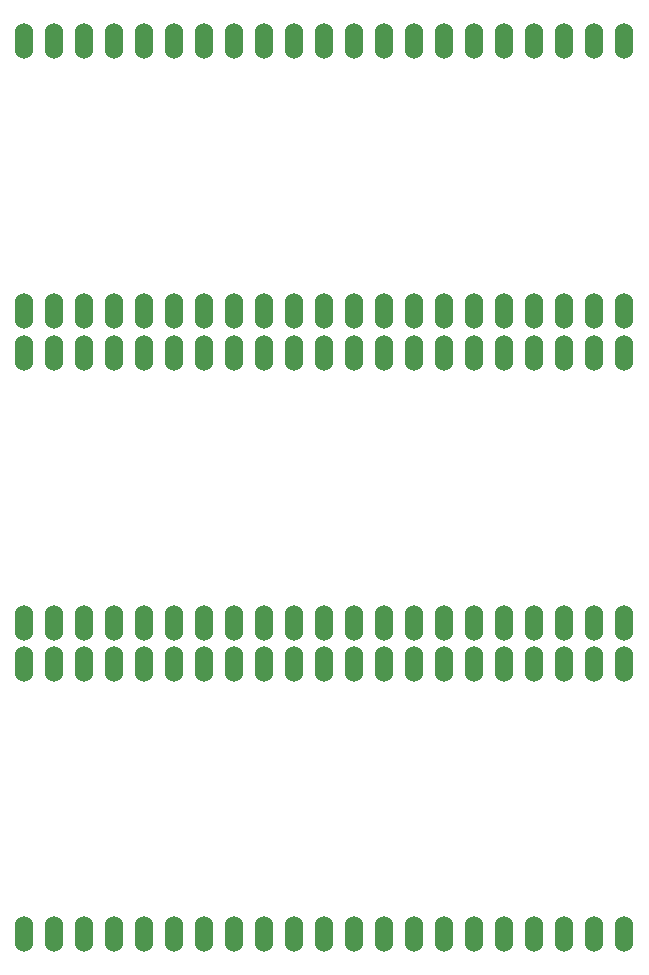
<source format=gbp>
G04 #@! TF.GenerationSoftware,KiCad,Pcbnew,(5.0.2)-1*
G04 #@! TF.CreationDate,2019-01-04T01:54:45+09:00*
G04 #@! TF.ProjectId,sdram-pane,73647261-6d2d-4706-916e-652e6b696361,v1.0*
G04 #@! TF.SameCoordinates,Original*
G04 #@! TF.FileFunction,Paste,Bot*
G04 #@! TF.FilePolarity,Positive*
%FSLAX46Y46*%
G04 Gerber Fmt 4.6, Leading zero omitted, Abs format (unit mm)*
G04 Created by KiCad (PCBNEW (5.0.2)-1) date 2019/01/04 1:54:45*
%MOMM*%
%LPD*%
G01*
G04 APERTURE LIST*
%ADD10O,1.524000X3.048000*%
G04 APERTURE END LIST*
D10*
G04 #@! TO.C,J1*
X118110000Y-53340000D03*
X120650000Y-53340000D03*
X123190000Y-53340000D03*
X125730000Y-53340000D03*
X128270000Y-53340000D03*
X130810000Y-53340000D03*
X133350000Y-53340000D03*
X135890000Y-53340000D03*
X138430000Y-53340000D03*
X140970000Y-53340000D03*
X143510000Y-53340000D03*
X146050000Y-53340000D03*
X148590000Y-53340000D03*
X151130000Y-53340000D03*
X153670000Y-53340000D03*
X156210000Y-53340000D03*
X158750000Y-53340000D03*
X161290000Y-53340000D03*
X163830000Y-53340000D03*
X166370000Y-53340000D03*
X168910000Y-53340000D03*
G04 #@! TD*
G04 #@! TO.C,J2*
X118110000Y-30480000D03*
X120650000Y-30480000D03*
X123190000Y-30480000D03*
X125730000Y-30480000D03*
X128270000Y-30480000D03*
X130810000Y-30480000D03*
X133350000Y-30480000D03*
X135890000Y-30480000D03*
X138430000Y-30480000D03*
X140970000Y-30480000D03*
X143510000Y-30480000D03*
X146050000Y-30480000D03*
X148590000Y-30480000D03*
X151130000Y-30480000D03*
X153670000Y-30480000D03*
X156210000Y-30480000D03*
X158750000Y-30480000D03*
X161290000Y-30480000D03*
X163830000Y-30480000D03*
X166370000Y-30480000D03*
X168910000Y-30480000D03*
G04 #@! TD*
G04 #@! TO.C,J1*
X118110000Y-79740000D03*
X120650000Y-79740000D03*
X123190000Y-79740000D03*
X125730000Y-79740000D03*
X128270000Y-79740000D03*
X130810000Y-79740000D03*
X133350000Y-79740000D03*
X135890000Y-79740000D03*
X138430000Y-79740000D03*
X140970000Y-79740000D03*
X143510000Y-79740000D03*
X146050000Y-79740000D03*
X148590000Y-79740000D03*
X151130000Y-79740000D03*
X153670000Y-79740000D03*
X156210000Y-79740000D03*
X158750000Y-79740000D03*
X161290000Y-79740000D03*
X163830000Y-79740000D03*
X166370000Y-79740000D03*
X168910000Y-79740000D03*
G04 #@! TD*
G04 #@! TO.C,J2*
X118110000Y-56880000D03*
X120650000Y-56880000D03*
X123190000Y-56880000D03*
X125730000Y-56880000D03*
X128270000Y-56880000D03*
X130810000Y-56880000D03*
X133350000Y-56880000D03*
X135890000Y-56880000D03*
X138430000Y-56880000D03*
X140970000Y-56880000D03*
X143510000Y-56880000D03*
X146050000Y-56880000D03*
X148590000Y-56880000D03*
X151130000Y-56880000D03*
X153670000Y-56880000D03*
X156210000Y-56880000D03*
X158750000Y-56880000D03*
X161290000Y-56880000D03*
X163830000Y-56880000D03*
X166370000Y-56880000D03*
X168910000Y-56880000D03*
G04 #@! TD*
G04 #@! TO.C,J1*
X118110000Y-106040000D03*
X120650000Y-106040000D03*
X123190000Y-106040000D03*
X125730000Y-106040000D03*
X128270000Y-106040000D03*
X130810000Y-106040000D03*
X133350000Y-106040000D03*
X135890000Y-106040000D03*
X138430000Y-106040000D03*
X140970000Y-106040000D03*
X143510000Y-106040000D03*
X146050000Y-106040000D03*
X148590000Y-106040000D03*
X151130000Y-106040000D03*
X153670000Y-106040000D03*
X156210000Y-106040000D03*
X158750000Y-106040000D03*
X161290000Y-106040000D03*
X163830000Y-106040000D03*
X166370000Y-106040000D03*
X168910000Y-106040000D03*
G04 #@! TD*
G04 #@! TO.C,J2*
X118110000Y-83180000D03*
X120650000Y-83180000D03*
X123190000Y-83180000D03*
X125730000Y-83180000D03*
X128270000Y-83180000D03*
X130810000Y-83180000D03*
X133350000Y-83180000D03*
X135890000Y-83180000D03*
X138430000Y-83180000D03*
X140970000Y-83180000D03*
X143510000Y-83180000D03*
X146050000Y-83180000D03*
X148590000Y-83180000D03*
X151130000Y-83180000D03*
X153670000Y-83180000D03*
X156210000Y-83180000D03*
X158750000Y-83180000D03*
X161290000Y-83180000D03*
X163830000Y-83180000D03*
X166370000Y-83180000D03*
X168910000Y-83180000D03*
G04 #@! TD*
M02*

</source>
